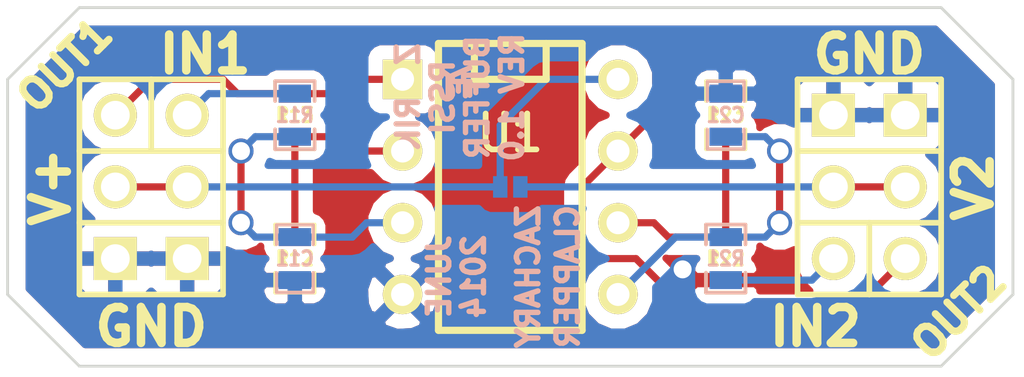
<source format=kicad_pcb>
(kicad_pcb (version 3) (host pcbnew "(2013-07-07 BZR 4022)-stable")

  (general
    (links 27)
    (no_connects 0)
    (area 12.649999 12.649999 48.417238 25.450001)
    (thickness 1.6)
    (drawings 45)
    (tracks 58)
    (zones 0)
    (modules 14)
    (nets 12)
  )

  (page A3)
  (layers
    (15 F.Cu signal)
    (0 B.Cu signal)
    (16 B.Adhes user)
    (17 F.Adhes user)
    (18 B.Paste user)
    (19 F.Paste user)
    (20 B.SilkS user)
    (21 F.SilkS user)
    (22 B.Mask user)
    (23 F.Mask user)
    (24 Dwgs.User user)
    (25 Cmts.User user)
    (26 Eco1.User user)
    (27 Eco2.User user)
    (28 Edge.Cuts user)
  )

  (setup
    (last_trace_width 0.254)
    (trace_clearance 0.254)
    (zone_clearance 0.508)
    (zone_45_only no)
    (trace_min 0.254)
    (segment_width 0.2)
    (edge_width 0.1)
    (via_size 0.889)
    (via_drill 0.635)
    (via_min_size 0.889)
    (via_min_drill 0.508)
    (uvia_size 0.508)
    (uvia_drill 0.127)
    (uvias_allowed no)
    (uvia_min_size 0.508)
    (uvia_min_drill 0.127)
    (pcb_text_width 0.3)
    (pcb_text_size 1.5 1.5)
    (mod_edge_width 0.15)
    (mod_text_size 1 1)
    (mod_text_width 0.15)
    (pad_size 1.5 1.5)
    (pad_drill 0.6)
    (pad_to_mask_clearance 0)
    (aux_axis_origin 0 0)
    (visible_elements FFFFFBBF)
    (pcbplotparams
      (layerselection 284196865)
      (usegerberextensions true)
      (excludeedgelayer true)
      (linewidth 0.150000)
      (plotframeref false)
      (viasonmask false)
      (mode 1)
      (useauxorigin false)
      (hpglpennumber 1)
      (hpglpenspeed 20)
      (hpglpendiameter 15)
      (hpglpenoverlay 2)
      (psnegative false)
      (psa4output false)
      (plotreference true)
      (plotvalue true)
      (plotothertext true)
      (plotinvisibletext false)
      (padsonsilk false)
      (subtractmaskfromsilk false)
      (outputformat 1)
      (mirror false)
      (drillshape 0)
      (scaleselection 1)
      (outputdirectory plots/))
  )

  (net 0 "")
  (net 1 /RSSI_IN1)
  (net 2 /RSSI_IN2)
  (net 3 /RSSI_OUT1)
  (net 4 /RSSI_OUT2)
  (net 5 /V--)
  (net 6 /V1++)
  (net 7 /V2++)
  (net 8 N-000001)
  (net 9 N-0000011)
  (net 10 N-000005)
  (net 11 N-000009)

  (net_class Default "This is the default net class."
    (clearance 0.254)
    (trace_width 0.254)
    (via_dia 0.889)
    (via_drill 0.635)
    (uvia_dia 0.508)
    (uvia_drill 0.127)
    (add_net "")
    (add_net /RSSI_IN1)
    (add_net /RSSI_IN2)
    (add_net /RSSI_OUT1)
    (add_net /RSSI_OUT2)
    (add_net /V--)
    (add_net /V1++)
    (add_net /V2++)
    (add_net N-000001)
    (add_net N-0000011)
    (add_net N-000005)
    (add_net N-000009)
  )

  (module PIN_ARRAY_3X1 (layer F.Cu) (tedit 53A89442) (tstamp 53A63835)
    (at 44.45 19.05 270)
    (descr "Connecteur 3 pins")
    (tags "CONN DEV")
    (path /53A63701)
    (fp_text reference K4 (at 0.254 -2.159 270) (layer F.SilkS) hide
      (effects (font (size 1.016 1.016) (thickness 0.1524)))
    )
    (fp_text value CONN_3 (at 0 -2.159 270) (layer F.SilkS) hide
      (effects (font (size 1.016 1.016) (thickness 0.1524)))
    )
    (pad 1 thru_hole rect (at -2.54 0 270) (size 1.524 1.524) (drill 1.016)
      (layers *.Cu *.Mask F.SilkS)
      (net 5 /V--)
    )
    (pad 2 thru_hole circle (at 0 0 270) (size 1.524 1.524) (drill 1.016)
      (layers *.Cu *.Mask F.SilkS)
      (net 7 /V2++)
    )
    (pad 3 thru_hole circle (at 2.54 0 270) (size 1.524 1.524) (drill 1.016)
      (layers *.Cu *.Mask F.SilkS)
      (net 4 /RSSI_OUT2)
    )
    (model pin_array/pins_array_3x1.wrl
      (at (xyz 0 0 0))
      (scale (xyz 1 1 1))
      (rotate (xyz 0 0 0))
    )
  )

  (module PIN_ARRAY_3X1 (layer F.Cu) (tedit 53A89434) (tstamp 53A63829)
    (at 41.91 19.05 270)
    (descr "Connecteur 3 pins")
    (tags "CONN DEV")
    (path /53A636FB)
    (fp_text reference K2 (at 0.254 -2.159 270) (layer F.SilkS) hide
      (effects (font (size 1.016 1.016) (thickness 0.1524)))
    )
    (fp_text value CONN_3 (at 0 -2.159 270) (layer F.SilkS) hide
      (effects (font (size 1.016 1.016) (thickness 0.1524)))
    )
    (pad 1 thru_hole rect (at -2.54 0 270) (size 1.524 1.524) (drill 1.016)
      (layers *.Cu *.Mask F.SilkS)
      (net 5 /V--)
    )
    (pad 2 thru_hole circle (at 0 0 270) (size 1.524 1.524) (drill 1.016)
      (layers *.Cu *.Mask F.SilkS)
      (net 7 /V2++)
    )
    (pad 3 thru_hole circle (at 2.54 0 270) (size 1.524 1.524) (drill 1.016)
      (layers *.Cu *.Mask F.SilkS)
      (net 2 /RSSI_IN2)
    )
    (model pin_array/pins_array_3x1.wrl
      (at (xyz 0 0 0))
      (scale (xyz 1 1 1))
      (rotate (xyz 0 0 0))
    )
  )

  (module PIN_ARRAY_3X1 (layer F.Cu) (tedit 53A89403) (tstamp 53A63841)
    (at 19.05 19.05 90)
    (descr "Connecteur 3 pins")
    (tags "CONN DEV")
    (path /53A6266F)
    (fp_text reference K1 (at 0 1.905 90) (layer F.SilkS) hide
      (effects (font (size 1.016 1.016) (thickness 0.1524)))
    )
    (fp_text value CONN_3 (at 0 -2.159 90) (layer F.SilkS) hide
      (effects (font (size 1.016 1.016) (thickness 0.1524)))
    )
    (pad 1 thru_hole rect (at -2.54 0 90) (size 1.524 1.524) (drill 1.016)
      (layers *.Cu *.Mask F.SilkS)
      (net 5 /V--)
    )
    (pad 2 thru_hole circle (at 0 0 90) (size 1.524 1.524) (drill 1.016)
      (layers *.Cu *.Mask F.SilkS)
      (net 6 /V1++)
    )
    (pad 3 thru_hole circle (at 2.54 0 90) (size 1.524 1.524) (drill 1.016)
      (layers *.Cu *.Mask F.SilkS)
      (net 1 /RSSI_IN1)
    )
    (model pin_array/pins_array_3x1.wrl
      (at (xyz 0 0 0))
      (scale (xyz 1 1 1))
      (rotate (xyz 0 0 0))
    )
  )

  (module PIN_ARRAY_3X1 (layer F.Cu) (tedit 53A893E3) (tstamp 53A6384D)
    (at 16.51 19.05 90)
    (descr "Connecteur 3 pins")
    (tags "CONN DEV")
    (path /53A6268D)
    (fp_text reference K3 (at 0 -1.905 90) (layer F.SilkS) hide
      (effects (font (size 1.016 1.016) (thickness 0.1524)))
    )
    (fp_text value CONN_3 (at 0 -2.159 90) (layer F.SilkS) hide
      (effects (font (size 1.016 1.016) (thickness 0.1524)))
    )
    (pad 1 thru_hole rect (at -2.54 0 90) (size 1.524 1.524) (drill 1.016)
      (layers *.Cu *.Mask F.SilkS)
      (net 5 /V--)
    )
    (pad 2 thru_hole circle (at 0 0 90) (size 1.524 1.524) (drill 1.016)
      (layers *.Cu *.Mask F.SilkS)
      (net 6 /V1++)
    )
    (pad 3 thru_hole circle (at 2.54 0 90) (size 1.524 1.524) (drill 1.016)
      (layers *.Cu *.Mask F.SilkS)
      (net 3 /RSSI_OUT1)
    )
    (model pin_array/pins_array_3x1.wrl
      (at (xyz 0 0 0))
      (scale (xyz 1 1 1))
      (rotate (xyz 0 0 0))
    )
  )

  (module SM0603_Resistor (layer B.Cu) (tedit 53A8A85F) (tstamp 53A637C9)
    (at 22.86 16.51 270)
    (path /53A63302)
    (attr smd)
    (fp_text reference R11 (at 0 0 540) (layer B.SilkS)
      (effects (font (size 0.50038 0.4572) (thickness 0.1143)) (justify mirror))
    )
    (fp_text value 68k (at -1.69926 0 540) (layer B.SilkS) hide
      (effects (font (size 0.508 0.4572) (thickness 0.1143)) (justify mirror))
    )
    (fp_line (start -0.50038 0.6985) (end -1.2065 0.6985) (layer B.SilkS) (width 0.127))
    (fp_line (start -1.2065 0.6985) (end -1.2065 -0.6985) (layer B.SilkS) (width 0.127))
    (fp_line (start -1.2065 -0.6985) (end -0.50038 -0.6985) (layer B.SilkS) (width 0.127))
    (fp_line (start 1.2065 0.6985) (end 0.50038 0.6985) (layer B.SilkS) (width 0.127))
    (fp_line (start 1.2065 0.6985) (end 1.2065 -0.6985) (layer B.SilkS) (width 0.127))
    (fp_line (start 1.2065 -0.6985) (end 0.50038 -0.6985) (layer B.SilkS) (width 0.127))
    (pad 1 smd rect (at -0.762 0 270) (size 0.635 1.143)
      (layers B.Cu B.Paste B.Mask)
      (net 1 /RSSI_IN1)
    )
    (pad 2 smd rect (at 0.762 0 270) (size 0.635 1.143)
      (layers B.Cu B.Paste B.Mask)
      (net 11 N-000009)
    )
    (model smd\resistors\R0603.wrl
      (at (xyz 0 0 0.001))
      (scale (xyz 0.5 0.5 0.5))
      (rotate (xyz 0 0 0))
    )
  )

  (module SM0603_Resistor (layer F.Cu) (tedit 53A8A86A) (tstamp 53A637D5)
    (at 22.86 21.59 270)
    (path /53A63311)
    (attr smd)
    (fp_text reference R12 (at 0 0 360) (layer F.SilkS)
      (effects (font (size 0.50038 0.4572) (thickness 0.1143)))
    )
    (fp_text value 10k (at -1.69926 0 360) (layer F.SilkS) hide
      (effects (font (size 0.508 0.4572) (thickness 0.1143)))
    )
    (fp_line (start -0.50038 -0.6985) (end -1.2065 -0.6985) (layer F.SilkS) (width 0.127))
    (fp_line (start -1.2065 -0.6985) (end -1.2065 0.6985) (layer F.SilkS) (width 0.127))
    (fp_line (start -1.2065 0.6985) (end -0.50038 0.6985) (layer F.SilkS) (width 0.127))
    (fp_line (start 1.2065 -0.6985) (end 0.50038 -0.6985) (layer F.SilkS) (width 0.127))
    (fp_line (start 1.2065 -0.6985) (end 1.2065 0.6985) (layer F.SilkS) (width 0.127))
    (fp_line (start 1.2065 0.6985) (end 0.50038 0.6985) (layer F.SilkS) (width 0.127))
    (pad 1 smd rect (at -0.762 0 270) (size 0.635 1.143)
      (layers F.Cu F.Paste F.Mask)
      (net 9 N-0000011)
    )
    (pad 2 smd rect (at 0.762 0 270) (size 0.635 1.143)
      (layers F.Cu F.Paste F.Mask)
      (net 5 /V--)
    )
    (model smd\resistors\R0603.wrl
      (at (xyz 0 0 0.001))
      (scale (xyz 0.5 0.5 0.5))
      (rotate (xyz 0 0 0))
    )
  )

  (module SM0603_Resistor (layer F.Cu) (tedit 53A8A85D) (tstamp 53A637E1)
    (at 22.86 16.51 90)
    (path /53A63320)
    (attr smd)
    (fp_text reference R13 (at 0 0 180) (layer F.SilkS)
      (effects (font (size 0.50038 0.4572) (thickness 0.1143)))
    )
    (fp_text value 100k (at -1.69926 0 180) (layer F.SilkS) hide
      (effects (font (size 0.508 0.4572) (thickness 0.1143)))
    )
    (fp_line (start -0.50038 -0.6985) (end -1.2065 -0.6985) (layer F.SilkS) (width 0.127))
    (fp_line (start -1.2065 -0.6985) (end -1.2065 0.6985) (layer F.SilkS) (width 0.127))
    (fp_line (start -1.2065 0.6985) (end -0.50038 0.6985) (layer F.SilkS) (width 0.127))
    (fp_line (start 1.2065 -0.6985) (end 0.50038 -0.6985) (layer F.SilkS) (width 0.127))
    (fp_line (start 1.2065 -0.6985) (end 1.2065 0.6985) (layer F.SilkS) (width 0.127))
    (fp_line (start 1.2065 0.6985) (end 0.50038 0.6985) (layer F.SilkS) (width 0.127))
    (pad 1 smd rect (at -0.762 0 90) (size 0.635 1.143)
      (layers F.Cu F.Paste F.Mask)
      (net 9 N-0000011)
    )
    (pad 2 smd rect (at 0.762 0 90) (size 0.635 1.143)
      (layers F.Cu F.Paste F.Mask)
      (net 3 /RSSI_OUT1)
    )
    (model smd\resistors\R0603.wrl
      (at (xyz 0 0 0.001))
      (scale (xyz 0.5 0.5 0.5))
      (rotate (xyz 0 0 0))
    )
  )

  (module SM0603_Resistor (layer B.Cu) (tedit 53A8A878) (tstamp 53A637ED)
    (at 38.1 21.59 90)
    (path /53A6372D)
    (attr smd)
    (fp_text reference R21 (at 0 0 360) (layer B.SilkS)
      (effects (font (size 0.50038 0.4572) (thickness 0.1143)) (justify mirror))
    )
    (fp_text value 68k (at -1.69926 0 180) (layer B.SilkS) hide
      (effects (font (size 0.508 0.4572) (thickness 0.1143)) (justify mirror))
    )
    (fp_line (start -0.50038 0.6985) (end -1.2065 0.6985) (layer B.SilkS) (width 0.127))
    (fp_line (start -1.2065 0.6985) (end -1.2065 -0.6985) (layer B.SilkS) (width 0.127))
    (fp_line (start -1.2065 -0.6985) (end -0.50038 -0.6985) (layer B.SilkS) (width 0.127))
    (fp_line (start 1.2065 0.6985) (end 0.50038 0.6985) (layer B.SilkS) (width 0.127))
    (fp_line (start 1.2065 0.6985) (end 1.2065 -0.6985) (layer B.SilkS) (width 0.127))
    (fp_line (start 1.2065 -0.6985) (end 0.50038 -0.6985) (layer B.SilkS) (width 0.127))
    (pad 1 smd rect (at -0.762 0 90) (size 0.635 1.143)
      (layers B.Cu B.Paste B.Mask)
      (net 2 /RSSI_IN2)
    )
    (pad 2 smd rect (at 0.762 0 90) (size 0.635 1.143)
      (layers B.Cu B.Paste B.Mask)
      (net 10 N-000005)
    )
    (model smd\resistors\R0603.wrl
      (at (xyz 0 0 0.001))
      (scale (xyz 0.5 0.5 0.5))
      (rotate (xyz 0 0 0))
    )
  )

  (module SM0603_Resistor (layer F.Cu) (tedit 53A8A876) (tstamp 53A637F9)
    (at 38.1 21.59 270)
    (path /53A63733)
    (attr smd)
    (fp_text reference R22 (at 0 0 360) (layer F.SilkS)
      (effects (font (size 0.50038 0.4572) (thickness 0.1143)))
    )
    (fp_text value 10k (at -1.69926 0 360) (layer F.SilkS) hide
      (effects (font (size 0.508 0.4572) (thickness 0.1143)))
    )
    (fp_line (start -0.50038 -0.6985) (end -1.2065 -0.6985) (layer F.SilkS) (width 0.127))
    (fp_line (start -1.2065 -0.6985) (end -1.2065 0.6985) (layer F.SilkS) (width 0.127))
    (fp_line (start -1.2065 0.6985) (end -0.50038 0.6985) (layer F.SilkS) (width 0.127))
    (fp_line (start 1.2065 -0.6985) (end 0.50038 -0.6985) (layer F.SilkS) (width 0.127))
    (fp_line (start 1.2065 -0.6985) (end 1.2065 0.6985) (layer F.SilkS) (width 0.127))
    (fp_line (start 1.2065 0.6985) (end 0.50038 0.6985) (layer F.SilkS) (width 0.127))
    (pad 1 smd rect (at -0.762 0 270) (size 0.635 1.143)
      (layers F.Cu F.Paste F.Mask)
      (net 8 N-000001)
    )
    (pad 2 smd rect (at 0.762 0 270) (size 0.635 1.143)
      (layers F.Cu F.Paste F.Mask)
      (net 5 /V--)
    )
    (model smd\resistors\R0603.wrl
      (at (xyz 0 0 0.001))
      (scale (xyz 0.5 0.5 0.5))
      (rotate (xyz 0 0 0))
    )
  )

  (module SM0603_Resistor (layer F.Cu) (tedit 53A8A870) (tstamp 53A64216)
    (at 38.1 16.51 90)
    (path /53A63739)
    (attr smd)
    (fp_text reference R23 (at 0 0 180) (layer F.SilkS)
      (effects (font (size 0.50038 0.4572) (thickness 0.1143)))
    )
    (fp_text value 100k (at -1.69926 0 180) (layer F.SilkS) hide
      (effects (font (size 0.508 0.4572) (thickness 0.1143)))
    )
    (fp_line (start -0.50038 -0.6985) (end -1.2065 -0.6985) (layer F.SilkS) (width 0.127))
    (fp_line (start -1.2065 -0.6985) (end -1.2065 0.6985) (layer F.SilkS) (width 0.127))
    (fp_line (start -1.2065 0.6985) (end -0.50038 0.6985) (layer F.SilkS) (width 0.127))
    (fp_line (start 1.2065 -0.6985) (end 0.50038 -0.6985) (layer F.SilkS) (width 0.127))
    (fp_line (start 1.2065 -0.6985) (end 1.2065 0.6985) (layer F.SilkS) (width 0.127))
    (fp_line (start 1.2065 0.6985) (end 0.50038 0.6985) (layer F.SilkS) (width 0.127))
    (pad 1 smd rect (at -0.762 0 90) (size 0.635 1.143)
      (layers F.Cu F.Paste F.Mask)
      (net 8 N-000001)
    )
    (pad 2 smd rect (at 0.762 0 90) (size 0.635 1.143)
      (layers F.Cu F.Paste F.Mask)
      (net 4 /RSSI_OUT2)
    )
    (model smd\resistors\R0603.wrl
      (at (xyz 0 0 0.001))
      (scale (xyz 0.5 0.5 0.5))
      (rotate (xyz 0 0 0))
    )
  )

  (module SM0603_Capa (layer B.Cu) (tedit 53A8A867) (tstamp 53A63B5D)
    (at 22.86 21.59 90)
    (path /53A632E4)
    (attr smd)
    (fp_text reference C11 (at 0 0 360) (layer B.SilkS)
      (effects (font (size 0.508 0.4572) (thickness 0.1143)) (justify mirror))
    )
    (fp_text value 10uF (at 1.905 0 360) (layer B.SilkS) hide
      (effects (font (size 0.508 0.4572) (thickness 0.1143)) (justify mirror))
    )
    (fp_line (start 0.50038 -0.65024) (end 1.19888 -0.65024) (layer B.SilkS) (width 0.11938))
    (fp_line (start -0.50038 -0.65024) (end -1.19888 -0.65024) (layer B.SilkS) (width 0.11938))
    (fp_line (start 0.50038 0.65024) (end 1.19888 0.65024) (layer B.SilkS) (width 0.11938))
    (fp_line (start -1.19888 0.65024) (end -0.50038 0.65024) (layer B.SilkS) (width 0.11938))
    (fp_line (start 1.19888 0.635) (end 1.19888 -0.635) (layer B.SilkS) (width 0.11938))
    (fp_line (start -1.19888 -0.635) (end -1.19888 0.635) (layer B.SilkS) (width 0.11938))
    (pad 1 smd rect (at -0.762 0 90) (size 0.635 1.143)
      (layers B.Cu B.Paste B.Mask)
      (net 5 /V--)
    )
    (pad 2 smd rect (at 0.762 0 90) (size 0.635 1.143)
      (layers B.Cu B.Paste B.Mask)
      (net 11 N-000009)
    )
    (model smd\capacitors\C0603.wrl
      (at (xyz 0 0 0.001))
      (scale (xyz 0.5 0.5 0.5))
      (rotate (xyz 0 0 0))
    )
  )

  (module SM0603_Capa (layer B.Cu) (tedit 53A8A872) (tstamp 53A6381D)
    (at 38.1 16.51 270)
    (path /53A63727)
    (attr smd)
    (fp_text reference C21 (at 0 0 540) (layer B.SilkS)
      (effects (font (size 0.508 0.4572) (thickness 0.1143)) (justify mirror))
    )
    (fp_text value 10uF (at -1.651 0 360) (layer B.SilkS) hide
      (effects (font (size 0.508 0.4572) (thickness 0.1143)) (justify mirror))
    )
    (fp_line (start 0.50038 -0.65024) (end 1.19888 -0.65024) (layer B.SilkS) (width 0.11938))
    (fp_line (start -0.50038 -0.65024) (end -1.19888 -0.65024) (layer B.SilkS) (width 0.11938))
    (fp_line (start 0.50038 0.65024) (end 1.19888 0.65024) (layer B.SilkS) (width 0.11938))
    (fp_line (start -1.19888 0.65024) (end -0.50038 0.65024) (layer B.SilkS) (width 0.11938))
    (fp_line (start 1.19888 0.635) (end 1.19888 -0.635) (layer B.SilkS) (width 0.11938))
    (fp_line (start -1.19888 -0.635) (end -1.19888 0.635) (layer B.SilkS) (width 0.11938))
    (pad 1 smd rect (at -0.762 0 270) (size 0.635 1.143)
      (layers B.Cu B.Paste B.Mask)
      (net 5 /V--)
    )
    (pad 2 smd rect (at 0.762 0 270) (size 0.635 1.143)
      (layers B.Cu B.Paste B.Mask)
      (net 10 N-000005)
    )
    (model smd\capacitors\C0603.wrl
      (at (xyz 0 0 0.001))
      (scale (xyz 0.5 0.5 0.5))
      (rotate (xyz 0 0 0))
    )
  )

  (module DIP-8__300 (layer F.Cu) (tedit 53A64982) (tstamp 53A63860)
    (at 30.48 19.05 270)
    (descr "8 pins DIL package, round pads")
    (tags DIL)
    (path /53A6253A)
    (fp_text reference U1 (at -1.905 0 360) (layer F.SilkS)
      (effects (font (size 1.27 1.143) (thickness 0.2032)))
    )
    (fp_text value TL072 (at 0 0 270) (layer F.SilkS) hide
      (effects (font (size 1.27 1.016) (thickness 0.2032)))
    )
    (fp_line (start -5.08 -1.27) (end -3.81 -1.27) (layer F.SilkS) (width 0.254))
    (fp_line (start -3.81 -1.27) (end -3.81 1.27) (layer F.SilkS) (width 0.254))
    (fp_line (start -3.81 1.27) (end -5.08 1.27) (layer F.SilkS) (width 0.254))
    (fp_line (start -5.08 -2.54) (end 5.08 -2.54) (layer F.SilkS) (width 0.254))
    (fp_line (start 5.08 -2.54) (end 5.08 2.54) (layer F.SilkS) (width 0.254))
    (fp_line (start 5.08 2.54) (end -5.08 2.54) (layer F.SilkS) (width 0.254))
    (fp_line (start -5.08 2.54) (end -5.08 -2.54) (layer F.SilkS) (width 0.254))
    (pad 1 thru_hole rect (at -3.81 3.81 270) (size 1.397 1.397) (drill 0.8128)
      (layers *.Cu *.Mask F.SilkS)
      (net 3 /RSSI_OUT1)
    )
    (pad 2 thru_hole circle (at -1.27 3.81 270) (size 1.397 1.397) (drill 0.8128)
      (layers *.Cu *.Mask F.SilkS)
      (net 9 N-0000011)
    )
    (pad 3 thru_hole circle (at 1.27 3.81 270) (size 1.397 1.397) (drill 0.8128)
      (layers *.Cu *.Mask F.SilkS)
      (net 11 N-000009)
    )
    (pad 4 thru_hole circle (at 3.81 3.81 270) (size 1.397 1.397) (drill 0.8128)
      (layers *.Cu *.Mask F.SilkS)
      (net 5 /V--)
    )
    (pad 5 thru_hole circle (at 3.81 -3.81 270) (size 1.397 1.397) (drill 0.8128)
      (layers *.Cu *.Mask F.SilkS)
      (net 10 N-000005)
    )
    (pad 6 thru_hole circle (at 1.27 -3.81 270) (size 1.397 1.397) (drill 0.8128)
      (layers *.Cu *.Mask F.SilkS)
      (net 8 N-000001)
    )
    (pad 7 thru_hole circle (at -1.27 -3.81 270) (size 1.397 1.397) (drill 0.8128)
      (layers *.Cu *.Mask F.SilkS)
      (net 4 /RSSI_OUT2)
    )
    (pad 8 thru_hole circle (at -3.81 -3.81 270) (size 1.397 1.397) (drill 0.8128)
      (layers *.Cu *.Mask F.SilkS)
      (net 6 /V1++)
    )
    (model dil/dil_8.wrl
      (at (xyz 0 0 0))
      (scale (xyz 1 1 1))
      (rotate (xyz 0 0 0))
    )
  )

  (module solder_jumper_2 (layer B.Cu) (tedit 53A64026) (tstamp 53A63F11)
    (at 30.48 19.05)
    (path /53A63E67)
    (fp_text reference SW1 (at 0 1.905) (layer B.SilkS) hide
      (effects (font (size 1 1) (thickness 0.15)) (justify mirror))
    )
    (fp_text value SW_PUSH (at 0 -1.905) (layer B.SilkS) hide
      (effects (font (size 1 1) (thickness 0.15)) (justify mirror))
    )
    (pad 2 smd rect (at 0.3556 0) (size 0.508 0.762)
      (layers B.Cu B.Paste B.Mask)
      (net 7 /V2++)
      (clearance 0.2032)
    )
    (pad 1 smd rect (at -0.3556 0) (size 0.508 0.762)
      (layers B.Cu B.Paste B.Mask)
      (net 6 /V1++)
      (clearance 0.2032)
    )
  )

  (gr_text Æ (at 28.702 15.367 90) (layer B.SilkS)
    (effects (font (size 0.762 1.016) (thickness 0.1905)) (justify mirror))
  )
  (gr_line (start 40.64 22.86) (end 40.64 20.32) (angle 90) (layer F.SilkS) (width 0.2))
  (gr_line (start 43.18 22.86) (end 40.64 22.86) (angle 90) (layer F.SilkS) (width 0.2))
  (gr_line (start 43.18 22.86) (end 43.18 20.32) (angle 90) (layer F.SilkS) (width 0.2))
  (gr_line (start 45.72 22.86) (end 43.18 22.86) (angle 90) (layer F.SilkS) (width 0.2))
  (gr_line (start 45.72 20.32) (end 45.72 22.86) (angle 90) (layer F.SilkS) (width 0.2))
  (gr_line (start 45.72 20.32) (end 45.72 17.78) (angle 90) (layer F.SilkS) (width 0.2))
  (gr_line (start 40.64 20.32) (end 45.72 20.32) (angle 90) (layer F.SilkS) (width 0.2))
  (gr_line (start 40.64 17.78) (end 40.64 20.32) (angle 90) (layer F.SilkS) (width 0.2))
  (gr_line (start 40.64 17.78) (end 40.64 15.24) (angle 90) (layer F.SilkS) (width 0.2))
  (gr_line (start 45.72 17.78) (end 40.64 17.78) (angle 90) (layer F.SilkS) (width 0.2))
  (gr_line (start 45.72 15.24) (end 45.72 17.78) (angle 90) (layer F.SilkS) (width 0.2))
  (gr_line (start 40.64 15.24) (end 45.72 15.24) (angle 90) (layer F.SilkS) (width 0.2))
  (gr_line (start 17.78 15.24) (end 20.32 15.24) (angle 90) (layer F.SilkS) (width 0.2))
  (gr_line (start 15.24 15.24) (end 17.78 15.24) (angle 90) (layer F.SilkS) (width 0.2))
  (gr_line (start 15.24 17.78) (end 15.24 15.24) (angle 90) (layer F.SilkS) (width 0.2))
  (gr_line (start 20.32 17.78) (end 20.32 15.24) (angle 90) (layer F.SilkS) (width 0.2))
  (gr_line (start 17.78 15.24) (end 17.78 17.78) (angle 90) (layer F.SilkS) (width 0.2))
  (gr_line (start 20.32 17.78) (end 20.32 20.32) (angle 90) (layer F.SilkS) (width 0.2))
  (gr_line (start 15.24 17.78) (end 20.32 17.78) (angle 90) (layer F.SilkS) (width 0.2))
  (gr_line (start 15.24 20.32) (end 15.24 17.78) (angle 90) (layer F.SilkS) (width 0.2))
  (gr_line (start 15.24 20.32) (end 15.24 22.86) (angle 90) (layer F.SilkS) (width 0.2))
  (gr_line (start 20.32 20.32) (end 15.24 20.32) (angle 90) (layer F.SilkS) (width 0.2))
  (gr_line (start 20.32 22.86) (end 20.32 20.32) (angle 90) (layer F.SilkS) (width 0.2))
  (gr_line (start 15.24 22.86) (end 20.32 22.86) (angle 90) (layer F.SilkS) (width 0.2))
  (gr_text "JUNE\n2014" (at 28.575 22.225 90) (layer B.SilkS)
    (effects (font (size 0.762 0.762) (thickness 0.1905)) (justify mirror))
  )
  (gr_text CLAPPER (at 32.512 22.225 90) (layer B.SilkS)
    (effects (font (size 0.762 0.762) (thickness 0.1905)) (justify mirror))
  )
  (gr_text ZACHARY (at 31.115 22.225 90) (layer B.SilkS)
    (effects (font (size 0.762 0.762) (thickness 0.1905)) (justify mirror))
  )
  (gr_text "Z  RIK\nRSSI\nBUFFER\nREV 1.0" (at 28.702 15.875 90) (layer B.SilkS)
    (effects (font (size 0.762 0.762) (thickness 0.1905)) (justify mirror))
  )
  (gr_text OUT2 (at 46.355 23.495 45) (layer F.SilkS)
    (effects (font (size 1.016 1.016) (thickness 0.254)))
  )
  (gr_text V2 (at 46.863 19.05 90) (layer F.SilkS)
    (effects (font (size 1.27 1.27) (thickness 0.3)))
  )
  (gr_text GND (at 43.18 14.351) (layer F.SilkS)
    (effects (font (size 1.27 1.27) (thickness 0.3)))
  )
  (gr_text IN2 (at 41.275 24.003) (layer F.SilkS) (tstamp 53A72FC6)
    (effects (font (size 1.27 1.27) (thickness 0.3)))
  )
  (gr_text IN1 (at 19.685 14.351) (layer F.SilkS)
    (effects (font (size 1.27 1.27) (thickness 0.3)))
  )
  (gr_text OUT1 (at 14.732 14.732 45) (layer F.SilkS)
    (effects (font (size 1.016 1.016) (thickness 0.254)))
  )
  (gr_text V+ (at 14.224 19.05 90) (layer F.SilkS)
    (effects (font (size 1.27 1.27) (thickness 0.3)))
  )
  (gr_text GND (at 17.78 24.003) (layer F.SilkS)
    (effects (font (size 1.27 1.27) (thickness 0.3)))
  )
  (gr_line (start 12.7 15.24) (end 12.7 22.86) (angle 90) (layer Edge.Cuts) (width 0.1))
  (gr_line (start 48.26 15.24) (end 48.26 22.86) (angle 90) (layer Edge.Cuts) (width 0.1))
  (gr_line (start 15.24 12.7) (end 45.72 12.7) (angle 90) (layer Edge.Cuts) (width 0.1))
  (gr_line (start 15.24 25.4) (end 12.7 22.86) (angle 90) (layer Edge.Cuts) (width 0.1))
  (gr_line (start 45.72 25.4) (end 15.24 25.4) (angle 90) (layer Edge.Cuts) (width 0.1))
  (gr_line (start 48.26 22.86) (end 45.72 25.4) (angle 90) (layer Edge.Cuts) (width 0.1))
  (gr_line (start 45.72 12.7) (end 48.26 15.24) (angle 90) (layer Edge.Cuts) (width 0.1))
  (gr_line (start 12.7 15.24) (end 15.24 12.7) (angle 90) (layer Edge.Cuts) (width 0.1))

  (segment (start 22.86 15.748) (end 19.812 15.748) (width 0.254) (layer B.Cu) (net 1))
  (segment (start 19.812 15.748) (end 19.05 16.51) (width 0.254) (layer B.Cu) (net 1) (tstamp 53A642E7))
  (segment (start 38.1 22.352) (end 41.148 22.352) (width 0.254) (layer B.Cu) (net 2))
  (segment (start 41.148 22.352) (end 41.91 21.59) (width 0.254) (layer B.Cu) (net 2) (tstamp 53A642FD))
  (segment (start 22.86 15.748) (end 20.828 15.748) (width 0.254) (layer F.Cu) (net 3))
  (segment (start 17.78 15.24) (end 16.51 16.51) (width 0.254) (layer F.Cu) (net 3) (tstamp 53A641C4))
  (segment (start 20.32 15.24) (end 17.78 15.24) (width 0.254) (layer F.Cu) (net 3) (tstamp 53A641C1))
  (segment (start 20.828 15.748) (end 20.32 15.24) (width 0.254) (layer F.Cu) (net 3) (tstamp 53A641BE))
  (segment (start 22.86 15.748) (end 24.892 15.748) (width 0.254) (layer F.Cu) (net 3))
  (segment (start 25.4 15.24) (end 26.67 15.24) (width 0.254) (layer F.Cu) (net 3) (tstamp 53A641AE))
  (segment (start 24.892 15.748) (end 25.4 15.24) (width 0.254) (layer F.Cu) (net 3) (tstamp 53A641AC))
  (segment (start 34.29 17.78) (end 33.02 19.05) (width 0.254) (layer F.Cu) (net 4))
  (segment (start 42.545 23.495) (end 44.45 21.59) (width 0.254) (layer F.Cu) (net 4) (tstamp 53A64471))
  (segment (start 36.83 23.495) (end 42.545 23.495) (width 0.254) (layer F.Cu) (net 4) (tstamp 53A6446F))
  (segment (start 34.925 21.59) (end 36.83 23.495) (width 0.254) (layer F.Cu) (net 4) (tstamp 53A6446E))
  (segment (start 33.655 21.59) (end 34.925 21.59) (width 0.254) (layer F.Cu) (net 4) (tstamp 53A6446D))
  (segment (start 33.02 20.955) (end 33.655 21.59) (width 0.254) (layer F.Cu) (net 4) (tstamp 53A6446B))
  (segment (start 33.02 19.05) (end 33.02 20.955) (width 0.254) (layer F.Cu) (net 4) (tstamp 53A6446A))
  (segment (start 38.1 15.748) (end 36.322 15.748) (width 0.254) (layer F.Cu) (net 4))
  (segment (start 36.322 15.748) (end 34.29 17.78) (width 0.254) (layer F.Cu) (net 4) (tstamp 53A64273))
  (segment (start 38.1 22.352) (end 36.957 22.352) (width 0.254) (layer F.Cu) (net 5))
  (segment (start 36.576 21.971) (end 36.576 24.13) (width 0.254) (layer B.Cu) (net 5) (tstamp 53A8AB8E))
  (via (at 36.576 21.971) (size 0.889) (layers F.Cu B.Cu) (net 5))
  (segment (start 36.957 22.352) (end 36.576 21.971) (width 0.254) (layer F.Cu) (net 5) (tstamp 53A8AB86))
  (segment (start 34.29 15.24) (end 31.75 15.24) (width 0.254) (layer B.Cu) (net 6))
  (segment (start 30.1244 16.8656) (end 30.1244 19.05) (width 0.254) (layer B.Cu) (net 6) (tstamp 53A6428B))
  (segment (start 31.75 15.24) (end 30.1244 16.8656) (width 0.254) (layer B.Cu) (net 6) (tstamp 53A64286))
  (segment (start 19.05 19.05) (end 30.1244 19.05) (width 0.254) (layer B.Cu) (net 6))
  (segment (start 16.51 19.05) (end 19.05 19.05) (width 0.254) (layer F.Cu) (net 6))
  (segment (start 30.8356 19.05) (end 41.91 19.05) (width 0.254) (layer B.Cu) (net 7))
  (segment (start 41.91 19.05) (end 44.45 19.05) (width 0.254) (layer F.Cu) (net 7))
  (segment (start 38.1 20.828) (end 36.068 20.828) (width 0.254) (layer F.Cu) (net 8))
  (segment (start 35.56 20.32) (end 34.29 20.32) (width 0.254) (layer F.Cu) (net 8) (tstamp 53A6421C))
  (segment (start 36.068 20.828) (end 35.56 20.32) (width 0.254) (layer F.Cu) (net 8) (tstamp 53A6421B))
  (segment (start 38.1 20.828) (end 38.1 17.272) (width 0.254) (layer F.Cu) (net 8))
  (segment (start 22.86 17.272) (end 24.892 17.272) (width 0.254) (layer F.Cu) (net 9))
  (segment (start 24.892 17.272) (end 25.4 17.78) (width 0.254) (layer F.Cu) (net 9) (tstamp 53A641E0))
  (segment (start 25.4 17.78) (end 26.67 17.78) (width 0.254) (layer F.Cu) (net 9) (tstamp 53A641E2))
  (segment (start 22.86 17.272) (end 22.86 20.828) (width 0.254) (layer F.Cu) (net 9))
  (segment (start 38.1 20.828) (end 36.322 20.828) (width 0.254) (layer B.Cu) (net 10))
  (segment (start 36.322 20.828) (end 34.29 22.86) (width 0.254) (layer B.Cu) (net 10) (tstamp 53A644B3))
  (segment (start 38.1 17.272) (end 39.497 17.272) (width 0.254) (layer B.Cu) (net 10))
  (segment (start 39.497 20.828) (end 38.1 20.828) (width 0.254) (layer B.Cu) (net 10) (tstamp 53A642FB))
  (segment (start 40.005 20.32) (end 39.497 20.828) (width 0.254) (layer B.Cu) (net 10) (tstamp 53A642FA))
  (via (at 40.005 20.32) (size 0.889) (layers F.Cu B.Cu) (net 10))
  (segment (start 40.005 17.78) (end 40.005 20.32) (width 0.254) (layer F.Cu) (net 10) (tstamp 53A642F7))
  (via (at 40.005 17.78) (size 0.889) (layers F.Cu B.Cu) (net 10))
  (segment (start 39.497 17.272) (end 40.005 17.78) (width 0.254) (layer B.Cu) (net 10) (tstamp 53A642F4))
  (segment (start 22.86 20.828) (end 24.892 20.828) (width 0.254) (layer B.Cu) (net 11))
  (segment (start 25.4 20.32) (end 26.67 20.32) (width 0.254) (layer B.Cu) (net 11) (tstamp 53A644E1))
  (segment (start 24.892 20.828) (end 25.4 20.32) (width 0.254) (layer B.Cu) (net 11) (tstamp 53A644DE))
  (segment (start 22.86 17.272) (end 21.463 17.272) (width 0.254) (layer B.Cu) (net 11))
  (segment (start 21.463 20.828) (end 22.86 20.828) (width 0.254) (layer B.Cu) (net 11) (tstamp 53A642DC))
  (segment (start 20.955 20.32) (end 21.463 20.828) (width 0.254) (layer B.Cu) (net 11) (tstamp 53A642DB))
  (via (at 20.955 20.32) (size 0.889) (layers F.Cu B.Cu) (net 11))
  (segment (start 20.955 17.78) (end 20.955 20.32) (width 0.254) (layer F.Cu) (net 11) (tstamp 53A642D8))
  (via (at 20.955 17.78) (size 0.889) (layers F.Cu B.Cu) (net 11))
  (segment (start 21.463 17.272) (end 20.955 17.78) (width 0.254) (layer B.Cu) (net 11) (tstamp 53A642CC))

  (zone (net 5) (net_name /V--) (layer F.Cu) (tstamp 53A6435B) (hatch edge 0.508)
    (connect_pads (clearance 0.508))
    (min_thickness 0.254)
    (fill (arc_segments 16) (thermal_gap 0.508) (thermal_bridge_width 0.508))
    (polygon
      (pts
        (xy 47.625 22.86) (xy 45.72 24.765) (xy 15.24 24.765) (xy 13.335 22.86) (xy 13.335 15.24)
        (xy 15.24 13.335) (xy 45.72 13.335) (xy 47.625 15.24)
      )
    )
    (filled_polygon
      (pts
        (xy 41.077072 22.733) (xy 39.306566 22.733) (xy 39.3065 22.63775) (xy 39.14775 22.479) (xy 38.227 22.479)
        (xy 38.227 22.499) (xy 37.973 22.499) (xy 37.973 22.479) (xy 37.05225 22.479) (xy 36.97194 22.559309)
        (xy 35.986398 21.573768) (xy 36.068 21.59) (xy 37.074981 21.59) (xy 36.989859 21.675271) (xy 36.89339 21.908745)
        (xy 36.8935 22.06625) (xy 37.05225 22.225) (xy 37.973 22.225) (xy 37.973 22.205) (xy 38.227 22.205)
        (xy 38.227 22.225) (xy 39.14775 22.225) (xy 39.3065 22.06625) (xy 39.30661 21.908745) (xy 39.210141 21.675271)
        (xy 39.125026 21.590007) (xy 39.209513 21.505668) (xy 39.306389 21.272364) (xy 39.306497 21.148254) (xy 39.392714 21.234622)
        (xy 39.789332 21.399313) (xy 40.218784 21.399687) (xy 40.529725 21.271208) (xy 40.513244 21.310901) (xy 40.512759 21.866661)
        (xy 40.724991 22.380303) (xy 41.077072 22.733)
      )
    )
    (filled_polygon
      (pts
        (xy 47.498 22.653264) (xy 45.847241 24.304023) (xy 45.847241 21.313339) (xy 45.635009 20.799697) (xy 45.24237 20.406372)
        (xy 45.034485 20.32005) (xy 45.240303 20.235009) (xy 45.633628 19.84237) (xy 45.846756 19.329099) (xy 45.847241 18.773339)
        (xy 45.635009 18.259697) (xy 45.282865 17.906937) (xy 45.338864 17.906889) (xy 45.572168 17.810013) (xy 45.750641 17.631229)
        (xy 45.84711 17.397755) (xy 45.84711 15.622245) (xy 45.750641 15.388771) (xy 45.572168 15.209987) (xy 45.338864 15.113111)
        (xy 45.086245 15.11289) (xy 44.73575 15.113) (xy 44.577 15.27175) (xy 44.577 16.383) (xy 45.68825 16.383)
        (xy 45.847 16.22425) (xy 45.84711 15.622245) (xy 45.84711 17.397755) (xy 45.847 16.79575) (xy 45.68825 16.637)
        (xy 44.577 16.637) (xy 44.577 16.657) (xy 44.323 16.657) (xy 44.323 16.637) (xy 44.323 16.383)
        (xy 44.323 15.27175) (xy 44.16425 15.113) (xy 43.813755 15.11289) (xy 43.561136 15.113111) (xy 43.327832 15.209987)
        (xy 43.18 15.358076) (xy 43.032168 15.209987) (xy 42.798864 15.113111) (xy 42.546245 15.11289) (xy 42.19575 15.113)
        (xy 42.037 15.27175) (xy 42.037 16.383) (xy 43.14825 16.383) (xy 43.18 16.35125) (xy 43.21175 16.383)
        (xy 44.323 16.383) (xy 44.323 16.637) (xy 43.21175 16.637) (xy 43.18 16.66875) (xy 43.14825 16.637)
        (xy 42.037 16.637) (xy 42.037 16.657) (xy 41.783 16.657) (xy 41.783 16.637) (xy 41.783 16.383)
        (xy 41.783 15.27175) (xy 41.62425 15.113) (xy 41.273755 15.11289) (xy 41.021136 15.113111) (xy 40.787832 15.209987)
        (xy 40.609359 15.388771) (xy 40.51289 15.622245) (xy 40.513 16.22425) (xy 40.67175 16.383) (xy 41.783 16.383)
        (xy 41.783 16.637) (xy 40.67175 16.637) (xy 40.513 16.79575) (xy 40.512995 16.822072) (xy 40.220668 16.700687)
        (xy 39.791216 16.700313) (xy 39.394311 16.864311) (xy 39.30661 16.951859) (xy 39.30661 16.828745) (xy 39.210141 16.595271)
        (xy 39.125026 16.510007) (xy 39.209513 16.425668) (xy 39.306389 16.192364) (xy 39.30661 15.939745) (xy 39.30661 15.304745)
        (xy 39.210141 15.071271) (xy 39.031668 14.892487) (xy 38.798364 14.795611) (xy 38.545745 14.79539) (xy 37.402745 14.79539)
        (xy 37.169271 14.891859) (xy 37.074965 14.986) (xy 36.322 14.986) (xy 36.030395 15.044004) (xy 35.783184 15.209185)
        (xy 35.623386 15.368982) (xy 35.62373 14.975914) (xy 35.421145 14.48562) (xy 35.046353 14.110174) (xy 34.556413 13.906733)
        (xy 34.025914 13.90627) (xy 33.53562 14.108855) (xy 33.160174 14.483647) (xy 32.956733 14.973587) (xy 32.95627 15.504086)
        (xy 33.158855 15.99438) (xy 33.533647 16.369826) (xy 33.871448 16.510093) (xy 33.53562 16.648855) (xy 33.160174 17.023647)
        (xy 32.956733 17.513587) (xy 32.956276 18.036092) (xy 32.481185 18.511185) (xy 32.316004 18.758395) (xy 32.258 19.05)
        (xy 32.258 20.955) (xy 32.316004 21.246605) (xy 32.481185 21.493815) (xy 33.116184 22.128815) (xy 33.116185 22.128815)
        (xy 33.142438 22.146357) (xy 32.956733 22.593587) (xy 32.95627 23.124086) (xy 33.158855 23.61438) (xy 33.533647 23.989826)
        (xy 34.023587 24.193267) (xy 34.554086 24.19373) (xy 35.04438 23.991145) (xy 35.419826 23.616353) (xy 35.553001 23.295631)
        (xy 36.291184 24.033815) (xy 36.291185 24.033815) (xy 36.538395 24.198996) (xy 36.829999 24.256999) (xy 36.83 24.257)
        (xy 42.545 24.257) (xy 42.545 24.256999) (xy 42.836604 24.198996) (xy 42.836605 24.198996) (xy 43.083815 24.033815)
        (xy 44.142618 22.975012) (xy 44.170901 22.986756) (xy 44.726661 22.987241) (xy 45.240303 22.775009) (xy 45.633628 22.38237)
        (xy 45.846756 21.869099) (xy 45.847241 21.313339) (xy 45.847241 24.304023) (xy 45.513264 24.638) (xy 28.015924 24.638)
        (xy 28.015924 23.05252) (xy 28.00373 22.828064) (xy 28.00373 20.055914) (xy 27.801145 19.56562) (xy 27.426353 19.190174)
        (xy 27.088551 19.049906) (xy 27.42438 18.911145) (xy 27.799826 18.536353) (xy 28.003267 18.046413) (xy 28.00373 17.515914)
        (xy 27.801145 17.02562) (xy 27.426353 16.650174) (xy 27.241966 16.57361) (xy 27.494255 16.57361) (xy 27.727729 16.477141)
        (xy 27.906513 16.298668) (xy 28.003389 16.065364) (xy 28.00361 15.812745) (xy 28.00361 14.415745) (xy 27.907141 14.182271)
        (xy 27.728668 14.003487) (xy 27.495364 13.906611) (xy 27.242745 13.90639) (xy 25.845745 13.90639) (xy 25.612271 14.002859)
        (xy 25.433487 14.181332) (xy 25.336611 14.414636) (xy 25.336544 14.490622) (xy 25.108395 14.536004) (xy 24.861184 14.701185)
        (xy 24.576369 14.986) (xy 23.885018 14.986) (xy 23.791668 14.892487) (xy 23.558364 14.795611) (xy 23.305745 14.79539)
        (xy 22.162745 14.79539) (xy 21.929271 14.891859) (xy 21.834965 14.986) (xy 21.14363 14.986) (xy 20.858815 14.701185)
        (xy 20.611605 14.536004) (xy 20.32 14.478) (xy 17.78 14.478) (xy 17.488395 14.536004) (xy 17.241184 14.701185)
        (xy 16.817381 15.124987) (xy 16.789099 15.113244) (xy 16.233339 15.112759) (xy 15.719697 15.324991) (xy 15.326372 15.71763)
        (xy 15.113244 16.230901) (xy 15.112759 16.786661) (xy 15.324991 17.300303) (xy 15.71763 17.693628) (xy 15.925514 17.779949)
        (xy 15.719697 17.864991) (xy 15.326372 18.25763) (xy 15.113244 18.770901) (xy 15.112759 19.326661) (xy 15.324991 19.840303)
        (xy 15.677134 20.193062) (xy 15.621136 20.193111) (xy 15.387832 20.289987) (xy 15.209359 20.468771) (xy 15.11289 20.702245)
        (xy 15.113 21.30425) (xy 15.27175 21.463) (xy 16.383 21.463) (xy 16.383 21.443) (xy 16.637 21.443)
        (xy 16.637 21.463) (xy 17.74825 21.463) (xy 17.78 21.43125) (xy 17.81175 21.463) (xy 18.923 21.463)
        (xy 18.923 21.443) (xy 19.177 21.443) (xy 19.177 21.463) (xy 20.28825 21.463) (xy 20.447 21.30425)
        (xy 20.447004 21.277927) (xy 20.739332 21.399313) (xy 21.168784 21.399687) (xy 21.565689 21.235689) (xy 21.65339 21.14814)
        (xy 21.65339 21.271255) (xy 21.749859 21.504729) (xy 21.834981 21.59) (xy 21.749859 21.675271) (xy 21.65339 21.908745)
        (xy 21.6535 22.06625) (xy 21.81225 22.225) (xy 22.733 22.225) (xy 22.733 22.205) (xy 22.987 22.205)
        (xy 22.987 22.225) (xy 23.90775 22.225) (xy 24.0665 22.06625) (xy 24.06661 21.908745) (xy 23.970141 21.675271)
        (xy 23.885026 21.590007) (xy 23.969513 21.505668) (xy 24.066389 21.272364) (xy 24.06661 21.019745) (xy 24.06661 20.384745)
        (xy 23.970141 20.151271) (xy 23.791668 19.972487) (xy 23.622 19.902034) (xy 23.622 18.197858) (xy 23.790729 18.128141)
        (xy 23.885034 18.034) (xy 24.576369 18.034) (xy 24.861184 18.318815) (xy 24.861185 18.318815) (xy 25.108395 18.483996)
        (xy 25.4 18.542) (xy 25.546461 18.542) (xy 25.913647 18.909826) (xy 26.251448 19.050093) (xy 25.91562 19.188855)
        (xy 25.540174 19.563647) (xy 25.336733 20.053587) (xy 25.33627 20.584086) (xy 25.538855 21.07438) (xy 25.913647 21.449826)
        (xy 26.235122 21.583314) (xy 25.977072 21.690202) (xy 25.915419 21.925814) (xy 26.67 22.680395) (xy 27.424581 21.925814)
        (xy 27.362928 21.690202) (xy 27.083683 21.591917) (xy 27.42438 21.451145) (xy 27.799826 21.076353) (xy 28.003267 20.586413)
        (xy 28.00373 20.055914) (xy 28.00373 22.828064) (xy 27.987146 22.522802) (xy 27.839798 22.167072) (xy 27.604186 22.105419)
        (xy 26.849605 22.86) (xy 27.604186 23.614581) (xy 27.839798 23.552928) (xy 28.015924 23.05252) (xy 28.015924 24.638)
        (xy 27.424581 24.638) (xy 27.424581 23.794186) (xy 26.67 23.039605) (xy 26.490395 23.21921) (xy 26.490395 22.86)
        (xy 25.735814 22.105419) (xy 25.500202 22.167072) (xy 25.324076 22.66748) (xy 25.352854 23.197198) (xy 25.500202 23.552928)
        (xy 25.735814 23.614581) (xy 26.490395 22.86) (xy 26.490395 23.21921) (xy 25.915419 23.794186) (xy 25.977072 24.029798)
        (xy 26.47748 24.205924) (xy 27.007198 24.177146) (xy 27.362928 24.029798) (xy 27.424581 23.794186) (xy 27.424581 24.638)
        (xy 24.06661 24.638) (xy 24.06661 22.795255) (xy 24.0665 22.63775) (xy 23.90775 22.479) (xy 22.987 22.479)
        (xy 22.987 23.14575) (xy 23.14575 23.3045) (xy 23.305745 23.30461) (xy 23.558364 23.304389) (xy 23.791668 23.207513)
        (xy 23.970141 23.028729) (xy 24.06661 22.795255) (xy 24.06661 24.638) (xy 22.733 24.638) (xy 22.733 23.14575)
        (xy 22.733 22.479) (xy 21.81225 22.479) (xy 21.6535 22.63775) (xy 21.65339 22.795255) (xy 21.749859 23.028729)
        (xy 21.928332 23.207513) (xy 22.161636 23.304389) (xy 22.414255 23.30461) (xy 22.57425 23.3045) (xy 22.733 23.14575)
        (xy 22.733 24.638) (xy 20.44711 24.638) (xy 20.44711 22.477755) (xy 20.447 21.87575) (xy 20.28825 21.717)
        (xy 19.177 21.717) (xy 19.177 22.82825) (xy 19.33575 22.987) (xy 19.686245 22.98711) (xy 19.938864 22.986889)
        (xy 20.172168 22.890013) (xy 20.350641 22.711229) (xy 20.44711 22.477755) (xy 20.44711 24.638) (xy 18.923 24.638)
        (xy 18.923 22.82825) (xy 18.923 21.717) (xy 17.81175 21.717) (xy 17.78 21.74875) (xy 17.74825 21.717)
        (xy 16.637 21.717) (xy 16.637 22.82825) (xy 16.79575 22.987) (xy 17.146245 22.98711) (xy 17.398864 22.986889)
        (xy 17.632168 22.890013) (xy 17.78 22.741923) (xy 17.927832 22.890013) (xy 18.161136 22.986889) (xy 18.413755 22.98711)
        (xy 18.76425 22.987) (xy 18.923 22.82825) (xy 18.923 24.638) (xy 16.383 24.638) (xy 16.383 22.82825)
        (xy 16.383 21.717) (xy 15.27175 21.717) (xy 15.113 21.87575) (xy 15.11289 22.477755) (xy 15.209359 22.711229)
        (xy 15.387832 22.890013) (xy 15.621136 22.986889) (xy 15.873755 22.98711) (xy 16.22425 22.987) (xy 16.383 22.82825)
        (xy 16.383 24.638) (xy 15.446736 24.638) (xy 13.462 22.653264) (xy 13.462 15.446736) (xy 15.446736 13.462)
        (xy 45.513264 13.462) (xy 47.498 15.446736) (xy 47.498 22.653264)
      )
    )
  )
  (zone (net 5) (net_name /V--) (layer B.Cu) (tstamp 53A64382) (hatch edge 0.508)
    (connect_pads (clearance 0.508))
    (min_thickness 0.254)
    (fill (arc_segments 16) (thermal_gap 0.508) (thermal_bridge_width 0.508))
    (polygon
      (pts
        (xy 47.625 22.86) (xy 45.72 24.765) (xy 15.24 24.765) (xy 13.335 22.86) (xy 13.335 15.24)
        (xy 15.24 13.335) (xy 45.72 13.335) (xy 47.625 15.24)
      )
    )
    (filled_polygon
      (pts
        (xy 47.498 22.653264) (xy 45.847241 24.304023) (xy 45.847241 21.313339) (xy 45.635009 20.799697) (xy 45.24237 20.406372)
        (xy 45.034485 20.32005) (xy 45.240303 20.235009) (xy 45.633628 19.84237) (xy 45.846756 19.329099) (xy 45.847241 18.773339)
        (xy 45.635009 18.259697) (xy 45.282865 17.906937) (xy 45.338864 17.906889) (xy 45.572168 17.810013) (xy 45.750641 17.631229)
        (xy 45.84711 17.397755) (xy 45.84711 15.622245) (xy 45.750641 15.388771) (xy 45.572168 15.209987) (xy 45.338864 15.113111)
        (xy 45.086245 15.11289) (xy 44.73575 15.113) (xy 44.577 15.27175) (xy 44.577 16.383) (xy 45.68825 16.383)
        (xy 45.847 16.22425) (xy 45.84711 15.622245) (xy 45.84711 17.397755) (xy 45.847 16.79575) (xy 45.68825 16.637)
        (xy 44.577 16.637) (xy 44.577 16.657) (xy 44.323 16.657) (xy 44.323 16.637) (xy 44.323 16.383)
        (xy 44.323 15.27175) (xy 44.16425 15.113) (xy 43.813755 15.11289) (xy 43.561136 15.113111) (xy 43.327832 15.209987)
        (xy 43.18 15.358076) (xy 43.032168 15.209987) (xy 42.798864 15.113111) (xy 42.546245 15.11289) (xy 42.19575 15.113)
        (xy 42.037 15.27175) (xy 42.037 16.383) (xy 43.14825 16.383) (xy 43.18 16.35125) (xy 43.21175 16.383)
        (xy 44.323 16.383) (xy 44.323 16.637) (xy 43.21175 16.637) (xy 43.18 16.66875) (xy 43.14825 16.637)
        (xy 42.037 16.637) (xy 42.037 16.657) (xy 41.783 16.657) (xy 41.783 16.637) (xy 41.783 16.383)
        (xy 41.783 15.27175) (xy 41.62425 15.113) (xy 41.273755 15.11289) (xy 41.021136 15.113111) (xy 40.787832 15.209987)
        (xy 40.609359 15.388771) (xy 40.51289 15.622245) (xy 40.513 16.22425) (xy 40.67175 16.383) (xy 41.783 16.383)
        (xy 41.783 16.637) (xy 40.67175 16.637) (xy 40.513 16.79575) (xy 40.512995 16.822072) (xy 40.220668 16.700687)
        (xy 39.986873 16.700483) (xy 39.788605 16.568004) (xy 39.497 16.51) (xy 39.125018 16.51) (xy 39.210141 16.424729)
        (xy 39.30661 16.191255) (xy 39.30661 15.304745) (xy 39.210141 15.071271) (xy 39.031668 14.892487) (xy 38.798364 14.795611)
        (xy 38.545745 14.79539) (xy 38.38575 14.7955) (xy 38.227 14.95425) (xy 38.227 15.621) (xy 39.14775 15.621)
        (xy 39.3065 15.46225) (xy 39.30661 15.304745) (xy 39.30661 16.191255) (xy 39.3065 16.03375) (xy 39.14775 15.875)
        (xy 38.227 15.875) (xy 38.227 15.895) (xy 37.973 15.895) (xy 37.973 15.875) (xy 37.973 15.621)
        (xy 37.973 14.95425) (xy 37.81425 14.7955) (xy 37.654255 14.79539) (xy 37.401636 14.795611) (xy 37.168332 14.892487)
        (xy 36.989859 15.071271) (xy 36.89339 15.304745) (xy 36.8935 15.46225) (xy 37.05225 15.621) (xy 37.973 15.621)
        (xy 37.973 15.875) (xy 37.05225 15.875) (xy 36.8935 16.03375) (xy 36.89339 16.191255) (xy 36.989859 16.424729)
        (xy 37.074973 16.509992) (xy 36.990487 16.594332) (xy 36.893611 16.827636) (xy 36.89339 17.080255) (xy 36.89339 17.715255)
        (xy 36.989859 17.948729) (xy 37.168332 18.127513) (xy 37.401636 18.224389) (xy 37.654255 18.22461) (xy 38.797255 18.22461)
        (xy 38.988105 18.145752) (xy 39.04688 18.288) (xy 35.522951 18.288) (xy 35.623267 18.046413) (xy 35.62373 17.515914)
        (xy 35.421145 17.02562) (xy 35.046353 16.650174) (xy 34.708551 16.509906) (xy 35.04438 16.371145) (xy 35.419826 15.996353)
        (xy 35.623267 15.506413) (xy 35.62373 14.975914) (xy 35.421145 14.48562) (xy 35.046353 14.110174) (xy 34.556413 13.906733)
        (xy 34.025914 13.90627) (xy 33.53562 14.108855) (xy 33.16583 14.478) (xy 31.75 14.478) (xy 31.458395 14.536004)
        (xy 31.211184 14.701185) (xy 29.585585 16.326785) (xy 29.420404 16.573995) (xy 29.3624 16.8656) (xy 29.3624 18.278871)
        (xy 29.353255 18.288) (xy 27.902951 18.288) (xy 28.003267 18.046413) (xy 28.00373 17.515914) (xy 27.801145 17.02562)
        (xy 27.426353 16.650174) (xy 27.241966 16.57361) (xy 27.494255 16.57361) (xy 27.727729 16.477141) (xy 27.906513 16.298668)
        (xy 28.003389 16.065364) (xy 28.00361 15.812745) (xy 28.00361 14.415745) (xy 27.907141 14.182271) (xy 27.728668 14.003487)
        (xy 27.495364 13.906611) (xy 27.242745 13.90639) (xy 25.845745 13.90639) (xy 25.612271 14.002859) (xy 25.433487 14.181332)
        (xy 25.336611 14.414636) (xy 25.33639 14.667255) (xy 25.33639 16.064255) (xy 25.432859 16.297729) (xy 25.611332 16.476513)
        (xy 25.844636 16.573389) (xy 26.097255 16.57361) (xy 26.097727 16.57361) (xy 25.91562 16.648855) (xy 25.540174 17.023647)
        (xy 25.336733 17.513587) (xy 25.33627 18.044086) (xy 25.437053 18.288) (xy 21.912925 18.288) (xy 21.972031 18.145658)
        (xy 22.161636 18.224389) (xy 22.414255 18.22461) (xy 23.557255 18.22461) (xy 23.790729 18.128141) (xy 23.969513 17.949668)
        (xy 24.066389 17.716364) (xy 24.06661 17.463745) (xy 24.06661 16.828745) (xy 23.970141 16.595271) (xy 23.885026 16.510007)
        (xy 23.969513 16.425668) (xy 24.066389 16.192364) (xy 24.06661 15.939745) (xy 24.06661 15.304745) (xy 23.970141 15.071271)
        (xy 23.791668 14.892487) (xy 23.558364 14.795611) (xy 23.305745 14.79539) (xy 22.162745 14.79539) (xy 21.929271 14.891859)
        (xy 21.834965 14.986) (xy 19.812 14.986) (xy 19.520395 15.044004) (xy 19.383169 15.135695) (xy 19.383168 15.135695)
        (xy 19.329099 15.113244) (xy 18.773339 15.112759) (xy 18.259697 15.324991) (xy 17.866372 15.71763) (xy 17.78005 15.925514)
        (xy 17.695009 15.719697) (xy 17.30237 15.326372) (xy 16.789099 15.113244) (xy 16.233339 15.112759) (xy 15.719697 15.324991)
        (xy 15.326372 15.71763) (xy 15.113244 16.230901) (xy 15.112759 16.786661) (xy 15.324991 17.300303) (xy 15.71763 17.693628)
        (xy 15.925514 17.779949) (xy 15.719697 17.864991) (xy 15.326372 18.25763) (xy 15.113244 18.770901) (xy 15.112759 19.326661)
        (xy 15.324991 19.840303) (xy 15.677134 20.193062) (xy 15.621136 20.193111) (xy 15.387832 20.289987) (xy 15.209359 20.468771)
        (xy 15.11289 20.702245) (xy 15.113 21.30425) (xy 15.27175 21.463) (xy 16.383 21.463) (xy 16.383 21.443)
        (xy 16.637 21.443) (xy 16.637 21.463) (xy 17.74825 21.463) (xy 17.78 21.43125) (xy 17.81175 21.463)
        (xy 18.923 21.463) (xy 18.923 21.443) (xy 19.177 21.443) (xy 19.177 21.463) (xy 20.28825 21.463)
        (xy 20.447 21.30425) (xy 20.447004 21.277927) (xy 20.739332 21.399313) (xy 20.973125 21.399516) (xy 20.973126 21.399516)
        (xy 21.171395 21.531996) (xy 21.463 21.59) (xy 21.834981 21.59) (xy 21.749859 21.675271) (xy 21.65339 21.908745)
        (xy 21.6535 22.06625) (xy 21.81225 22.225) (xy 22.733 22.225) (xy 22.733 22.205) (xy 22.987 22.205)
        (xy 22.987 22.225) (xy 23.90775 22.225) (xy 24.0665 22.06625) (xy 24.06661 21.908745) (xy 23.970141 21.675271)
        (xy 23.885026 21.590007) (xy 23.885034 21.59) (xy 24.892 21.59) (xy 24.892 21.589999) (xy 25.183604 21.531996)
        (xy 25.183605 21.531996) (xy 25.430815 21.366815) (xy 25.630972 21.166658) (xy 25.913647 21.449826) (xy 26.235122 21.583314)
        (xy 25.977072 21.690202) (xy 25.915419 21.925814) (xy 26.67 22.680395) (xy 27.424581 21.925814) (xy 27.362928 21.690202)
        (xy 27.083683 21.591917) (xy 27.42438 21.451145) (xy 27.799826 21.076353) (xy 28.003267 20.586413) (xy 28.00373 20.055914)
        (xy 27.902946 19.812) (xy 29.353492 19.812) (xy 29.510232 19.969013) (xy 29.743536 20.065889) (xy 29.996155 20.06611)
        (xy 30.504155 20.06611) (xy 30.504584 20.065932) (xy 30.707355 20.06611) (xy 31.215355 20.06611) (xy 31.448829 19.969641)
        (xy 31.606744 19.812) (xy 33.057048 19.812) (xy 32.956733 20.053587) (xy 32.95627 20.584086) (xy 33.158855 21.07438)
        (xy 33.533647 21.449826) (xy 33.871448 21.590093) (xy 33.53562 21.728855) (xy 33.160174 22.103647) (xy 32.956733 22.593587)
        (xy 32.95627 23.124086) (xy 33.158855 23.61438) (xy 33.533647 23.989826) (xy 34.023587 24.193267) (xy 34.554086 24.19373)
        (xy 35.04438 23.991145) (xy 35.419826 23.616353) (xy 35.623267 23.126413) (xy 35.623723 22.603907) (xy 36.63763 21.59)
        (xy 37.074965 21.59) (xy 36.990487 21.674332) (xy 36.893611 21.907636) (xy 36.89339 22.160255) (xy 36.89339 22.795255)
        (xy 36.989859 23.028729) (xy 37.168332 23.207513) (xy 37.401636 23.304389) (xy 37.654255 23.30461) (xy 38.797255 23.30461)
        (xy 39.030729 23.208141) (xy 39.125034 23.114) (xy 41.148 23.114) (xy 41.148 23.113999) (xy 41.439604 23.055996)
        (xy 41.439605 23.055996) (xy 41.57683 22.964304) (xy 41.630901 22.986756) (xy 42.186661 22.987241) (xy 42.700303 22.775009)
        (xy 43.093628 22.38237) (xy 43.179949 22.174485) (xy 43.264991 22.380303) (xy 43.65763 22.773628) (xy 44.170901 22.986756)
        (xy 44.726661 22.987241) (xy 45.240303 22.775009) (xy 45.633628 22.38237) (xy 45.846756 21.869099) (xy 45.847241 21.313339)
        (xy 45.847241 24.304023) (xy 45.513264 24.638) (xy 28.015924 24.638) (xy 28.015924 23.05252) (xy 27.987146 22.522802)
        (xy 27.839798 22.167072) (xy 27.604186 22.105419) (xy 26.849605 22.86) (xy 27.604186 23.614581) (xy 27.839798 23.552928)
        (xy 28.015924 23.05252) (xy 28.015924 24.638) (xy 27.424581 24.638) (xy 27.424581 23.794186) (xy 26.67 23.039605)
        (xy 26.490395 23.21921) (xy 26.490395 22.86) (xy 25.735814 22.105419) (xy 25.500202 22.167072) (xy 25.324076 22.66748)
        (xy 25.352854 23.197198) (xy 25.500202 23.552928) (xy 25.735814 23.614581) (xy 26.490395 22.86) (xy 26.490395 23.21921)
        (xy 25.915419 23.794186) (xy 25.977072 24.029798) (xy 26.47748 24.205924) (xy 27.007198 24.177146) (xy 27.362928 24.029798)
        (xy 27.424581 23.794186) (xy 27.424581 24.638) (xy 24.06661 24.638) (xy 24.06661 22.795255) (xy 24.0665 22.63775)
        (xy 23.90775 22.479) (xy 22.987 22.479) (xy 22.987 23.14575) (xy 23.14575 23.3045) (xy 23.305745 23.30461)
        (xy 23.558364 23.304389) (xy 23.791668 23.207513) (xy 23.970141 23.028729) (xy 24.06661 22.795255) (xy 24.06661 24.638)
        (xy 22.733 24.638) (xy 22.733 23.14575) (xy 22.733 22.479) (xy 21.81225 22.479) (xy 21.6535 22.63775)
        (xy 21.65339 22.795255) (xy 21.749859 23.028729) (xy 21.928332 23.207513) (xy 22.161636 23.304389) (xy 22.414255 23.30461)
        (xy 22.57425 23.3045) (xy 22.733 23.14575) (xy 22.733 24.638) (xy 20.44711 24.638) (xy 20.44711 22.477755)
        (xy 20.447 21.87575) (xy 20.28825 21.717) (xy 19.177 21.717) (xy 19.177 22.82825) (xy 19.33575 22.987)
        (xy 19.686245 22.98711) (xy 19.938864 22.986889) (xy 20.172168 22.890013) (xy 20.350641 22.711229) (xy 20.44711 22.477755)
        (xy 20.44711 24.638) (xy 18.923 24.638) (xy 18.923 22.82825) (xy 18.923 21.717) (xy 17.81175 21.717)
        (xy 17.78 21.74875) (xy 17.74825 21.717) (xy 16.637 21.717) (xy 16.637 22.82825) (xy 16.79575 22.987)
        (xy 17.146245 22.98711) (xy 17.398864 22.986889) (xy 17.632168 22.890013) (xy 17.78 22.741923) (xy 17.927832 22.890013)
        (xy 18.161136 22.986889) (xy 18.413755 22.98711) (xy 18.76425 22.987) (xy 18.923 22.82825) (xy 18.923 24.638)
        (xy 16.383 24.638) (xy 16.383 22.82825) (xy 16.383 21.717) (xy 15.27175 21.717) (xy 15.113 21.87575)
        (xy 15.11289 22.477755) (xy 15.209359 22.711229) (xy 15.387832 22.890013) (xy 15.621136 22.986889) (xy 15.873755 22.98711)
        (xy 16.22425 22.987) (xy 16.383 22.82825) (xy 16.383 24.638) (xy 15.446736 24.638) (xy 13.462 22.653264)
        (xy 13.462 15.446736) (xy 15.446736 13.462) (xy 45.513264 13.462) (xy 47.498 15.446736) (xy 47.498 22.653264)
      )
    )
  )
)

</source>
